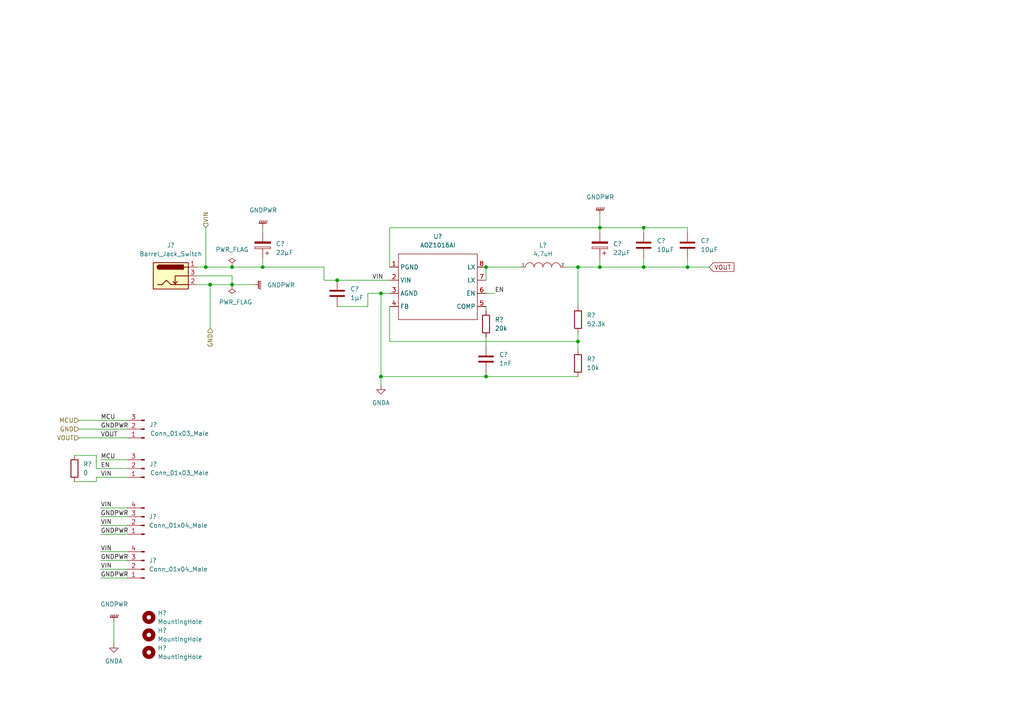
<source format=kicad_sch>
(kicad_sch (version 20211123) (generator eeschema)
  (paper "A4")
  (lib_symbols
    (symbol "#Wegner:AOZ1016AI"
      (property "Reference" "U" (at 0 -11.43 0))
      (property "Value" "AOZ1016AI" (at 0 10.16 0))
      (symbol "AOZ1016AI_0_1"
        (rectangle (start -11.43 8.89) (end 11.43 -10.16))
      )
      (symbol "AOZ1016AI_1_1"
        (pin input line (at -13.97 5.08 0) (length 2.54) (name "PGND") (number "1"))
        (pin input line (at -13.97 1.27 0) (length 2.54) (name "VIN") (number "2"))
        (pin input line (at -13.97 -2.54 0) (length 2.54) (name "AGND") (number "3"))
        (pin input line (at -13.97 -6.35 0) (length 2.54) (name "FB") (number "4"))
        (pin output line (at 13.97 -6.35 180) (length 2.54) (name "COMP") (number "5"))
        (pin input line (at 13.97 -2.54 180) (length 2.54) (name "EN") (number "6"))
        (pin passive line (at 13.97 1.27 180) (length 2.54) (name "LX") (number "7"))
        (pin output line (at 13.97 5.08 180) (length 2.54) (name "LX") (number "8"))
      )
    )
    (symbol "Connector:Barrel_Jack_Switch" (pin_names hide)
      (property "Reference" "J" (at 0 5.334 0))
      (property "Value" "Barrel_Jack_Switch" (at 0 -5.08 0))
      (symbol "Barrel_Jack_Switch_0_1"
        (rectangle (start -5.08 3.81) (end 5.08 -3.81) (stroke (width 0.254)) (fill (type background)))
        (arc (start -3.302 3.175) (mid -3.937 2.54) (end -3.302 1.905) (stroke (width 0.254)))
        (arc (start -3.302 3.175) (mid -3.937 2.54) (end -3.302 1.905) (stroke (width 0.254)) (fill (type outline)))
        (polyline (pts (xy 1.27 -2.286) (xy 1.905 -1.651)) (stroke (width 0.254)))
        (polyline (pts (xy 5.08 2.54) (xy 3.81 2.54)) (stroke (width 0.254)))
        (polyline (pts (xy 5.08 0) (xy 1.27 0) (xy 1.27 -2.286) (xy 0.635 -1.651)) (stroke (width 0.254)))
        (polyline (pts (xy -3.81 -2.54) (xy -2.54 -2.54) (xy -1.27 -1.27) (xy 0 -2.54) (xy 2.54 -2.54) (xy 5.08 -2.54)) (stroke (width 0.254)))
        (rectangle (start 3.683 3.175) (end -3.302 1.905) (stroke (width 0.254)) (fill (type outline)))
      )
      (symbol "Barrel_Jack_Switch_1_1"
        (pin passive line (at 7.62 2.54 180) (length 2.54) (name "~") (number "1"))
        (pin passive line (at 7.62 -2.54 180) (length 2.54) (name "~") (number "2"))
        (pin passive line (at 7.62 0 180) (length 2.54) (name "~") (number "3"))
      )
    )
    (symbol "Connector:Conn_01x03_Male" (pin_names (offset 1.016) hide)
      (property "Reference" "J" (at 0 5.08 0))
      (property "Value" "Conn_01x03_Male" (at 0 -5.08 0))
      (symbol "Conn_01x03_Male_1_1"
        (polyline (pts (xy 1.27 -2.54) (xy 0.8636 -2.54)) (stroke (width 0.1524)))
        (polyline (pts (xy 1.27 0) (xy 0.8636 0)) (stroke (width 0.1524)))
        (polyline (pts (xy 1.27 2.54) (xy 0.8636 2.54)) (stroke (width 0.1524)))
        (rectangle (start 0.8636 -2.413) (end 0 -2.667) (stroke (width 0.1524)) (fill (type outline)))
        (rectangle (start 0.8636 0.127) (end 0 -0.127) (stroke (width 0.1524)) (fill (type outline)))
        (rectangle (start 0.8636 2.667) (end 0 2.413) (stroke (width 0.1524)) (fill (type outline)))
        (pin passive line (at 5.08 2.54 180) (length 3.81) (name "Pin_1") (number "1"))
        (pin passive line (at 5.08 0 180) (length 3.81) (name "Pin_2") (number "2"))
        (pin passive line (at 5.08 -2.54 180) (length 3.81) (name "Pin_3") (number "3"))
      )
    )
    (symbol "Connector:Conn_01x04_Male" (pin_names (offset 1.016) hide)
      (property "Reference" "J" (at 0 5.08 0))
      (property "Value" "Conn_01x04_Male" (at 0 -7.62 0))
      (symbol "Conn_01x04_Male_1_1"
        (polyline (pts (xy 1.27 -5.08) (xy 0.8636 -5.08)) (stroke (width 0.1524)))
        (polyline (pts (xy 1.27 -2.54) (xy 0.8636 -2.54)) (stroke (width 0.1524)))
        (polyline (pts (xy 1.27 0) (xy 0.8636 0)) (stroke (width 0.1524)))
        (polyline (pts (xy 1.27 2.54) (xy 0.8636 2.54)) (stroke (width 0.1524)))
        (rectangle (start 0.8636 -4.953) (end 0 -5.207) (stroke (width 0.1524)) (fill (type outline)))
        (rectangle (start 0.8636 -2.413) (end 0 -2.667) (stroke (width 0.1524)) (fill (type outline)))
        (rectangle (start 0.8636 0.127) (end 0 -0.127) (stroke (width 0.1524)) (fill (type outline)))
        (rectangle (start 0.8636 2.667) (end 0 2.413) (stroke (width 0.1524)) (fill (type outline)))
        (pin passive line (at 5.08 2.54 180) (length 3.81) (name "Pin_1") (number "1"))
        (pin passive line (at 5.08 0 180) (length 3.81) (name "Pin_2") (number "2"))
        (pin passive line (at 5.08 -2.54 180) (length 3.81) (name "Pin_3") (number "3"))
        (pin passive line (at 5.08 -5.08 180) (length 3.81) (name "Pin_4") (number "4"))
      )
    )
    (symbol "Device:C" (pin_numbers hide) (pin_names (offset 0.254))
      (property "Reference" "C" (at 0.635 2.54 0))
      (property "Value" "C" (at 0.635 -2.54 0))
      (symbol "C_0_1"
        (polyline (pts (xy -2.032 -0.762) (xy 2.032 -0.762)) (stroke (width 0.508)))
        (polyline (pts (xy -2.032 0.762) (xy 2.032 0.762)) (stroke (width 0.508)))
      )
      (symbol "C_1_1"
        (pin passive line (at 0 3.81 270) (length 2.794) (name "~") (number "1"))
        (pin passive line (at 0 -3.81 90) (length 2.794) (name "~") (number "2"))
      )
    )
    (symbol "Device:C_Polarized" (pin_numbers hide) (pin_names (offset 0.254))
      (property "Reference" "C" (at 0.635 2.54 0))
      (property "Value" "C_Polarized" (at 0.635 -2.54 0))
      (symbol "C_Polarized_0_1"
        (rectangle (start -2.286 0.508) (end 2.286 1.016))
        (polyline (pts (xy -1.778 2.286) (xy -0.762 2.286)))
        (polyline (pts (xy -1.27 2.794) (xy -1.27 1.778)))
        (rectangle (start 2.286 -0.508) (end -2.286 -1.016) (fill (type outline)))
      )
      (symbol "C_Polarized_1_1"
        (pin passive line (at 0 3.81 270) (length 2.794) (name "~") (number "1"))
        (pin passive line (at 0 -3.81 90) (length 2.794) (name "~") (number "2"))
      )
    )
    (symbol "Device:R" (pin_numbers hide) (pin_names (offset 0))
      (property "Reference" "R" (at 2.032 0 90))
      (property "Value" "R" (at 0 0 90))
      (symbol "R_0_1"
        (rectangle (start -1.016 -2.54) (end 1.016 2.54) (stroke (width 0.254)))
      )
      (symbol "R_1_1"
        (pin passive line (at 0 3.81 270) (length 1.27) (name "~") (number "1"))
        (pin passive line (at 0 -3.81 90) (length 1.27) (name "~") (number "2"))
      )
    )
    (symbol "Mechanical:MountingHole" (pin_names (offset 1.016))
      (property "Reference" "H" (at 0 5.08 0))
      (property "Value" "MountingHole" (at 0 3.175 0))
      (symbol "MountingHole_0_1"
        (circle (center 0 0) (radius 1.27) (stroke (width 1.27)))
      )
    )
    (symbol "power:GNDA" (power) (pin_names (offset 0))
      (property "Value" "GNDA" (at 0 -3.81 0))
      (symbol "GNDA_0_1"
        (polyline (pts (xy 0 0) (xy 0 -1.27) (xy 1.27 -1.27) (xy 0 -2.54) (xy -1.27 -1.27) (xy 0 -1.27)))
      )
      (symbol "GNDA_1_1"
        (pin power_in line (at 0 0 270) (length 0) hide (name "GNDA") (number "1"))
      )
    )
    (symbol "power:GNDPWR" (power) (pin_names (offset 0))
      (property "Value" "GNDPWR" (at 0 -3.302 0))
      (symbol "GNDPWR_0_1"
        (polyline (pts (xy 0 -1.27) (xy 0 0)))
        (polyline (pts (xy -1.016 -1.27) (xy -1.27 -2.032) (xy -1.27 -2.032)) (stroke (width 0.2032)))
        (polyline (pts (xy -0.508 -1.27) (xy -0.762 -2.032) (xy -0.762 -2.032)) (stroke (width 0.2032)))
        (polyline (pts (xy 0 -1.27) (xy -0.254 -2.032) (xy -0.254 -2.032)) (stroke (width 0.2032)))
        (polyline (pts (xy 0.508 -1.27) (xy 0.254 -2.032) (xy 0.254 -2.032)) (stroke (width 0.2032)))
        (polyline (pts (xy 1.016 -1.27) (xy -1.016 -1.27) (xy -1.016 -1.27)) (stroke (width 0.2032)))
        (polyline (pts (xy 1.016 -1.27) (xy 0.762 -2.032) (xy 0.762 -2.032) (xy 0.762 -2.032)) (stroke (width 0.2032)))
      )
      (symbol "GNDPWR_1_1"
        (pin power_in line (at 0 0 270) (length 0) hide (name "GNDPWR") (number "1"))
      )
    )
    (symbol "power:PWR_FLAG" (power) (pin_numbers hide) (pin_names (offset 0) hide)
      (property "Value" "PWR_FLAG" (at 0 3.81 0))
      (symbol "PWR_FLAG_0_0"
        (pin power_out line (at 0 0 90) (length 0) (name "pwr") (number "1"))
      )
      (symbol "PWR_FLAG_0_1"
        (polyline (pts (xy 0 0) (xy 0 1.27) (xy -1.016 1.905) (xy 0 2.54) (xy 1.016 1.905) (xy 0 1.27)))
      )
    )
    (symbol "pspice:INDUCTOR" (pin_numbers hide) (pin_names (offset 0))
      (property "Reference" "L" (at 0 2.54 0))
      (property "Value" "INDUCTOR" (at 0 -1.27 0))
      (symbol "INDUCTOR_0_1"
        (arc (start -2.54 0) (mid -3.81 1.27) (end -5.08 0))
        (arc (start 0 0) (mid -1.27 1.27) (end -2.54 0))
        (arc (start 2.54 0) (mid 1.27 1.27) (end 0 0))
        (arc (start 5.08 0) (mid 3.81 1.27) (end 2.54 0))
      )
      (symbol "INDUCTOR_1_1"
        (pin input line (at -6.35 0 0) (length 1.27) (name "1") (number "1"))
        (pin input line (at 6.35 0 180) (length 1.27) (name "2") (number "2"))
      )
    )
  )
  (junction (at 60.96 82.55))
  (junction (at 186.69 66.04))
  (junction (at 167.64 77.47))
  (junction (at 173.99 66.04))
  (junction (at 67.31 82.55))
  (junction (at 97.79 81.28))
  (junction (at 173.99 77.47))
  (junction (at 59.69 77.47))
  (junction (at 110.49 85.09))
  (junction (at 67.31 77.47))
  (junction (at 76.2 77.47))
  (junction (at 199.39 77.47))
  (junction (at 140.97 109.22))
  (junction (at 110.49 109.22))
  (junction (at 140.97 77.47))
  (junction (at 186.69 77.47))
  (junction (at 167.64 99.06))
  (wire (pts (xy 29.21 162.56) (xy 36.83 162.56)))
  (wire (pts (xy 29.21 149.86) (xy 36.83 149.86)))
  (wire (pts (xy 27.94 135.89) (xy 36.83 135.89)))
  (wire (pts (xy 76.2 74.93) (xy 76.2 77.47)))
  (wire (pts (xy 113.03 99.06) (xy 113.03 88.9)))
  (wire (pts (xy 140.97 77.47) (xy 151.13 77.47)))
  (wire (pts (xy 29.21 167.64) (xy 36.83 167.64)))
  (wire (pts (xy 199.39 66.04) (xy 199.39 67.31)))
  (wire (pts (xy 59.69 77.47) (xy 67.31 77.47)))
  (wire (pts (xy 173.99 77.47) (xy 186.69 77.47)))
  (wire (pts (xy 27.94 139.7) (xy 21.59 139.7)))
  (wire (pts (xy 140.97 109.22) (xy 167.64 109.22)))
  (wire (pts (xy 186.69 66.04) (xy 173.99 66.04)))
  (wire (pts (xy 186.69 77.47) (xy 199.39 77.47)))
  (wire (pts (xy 167.64 99.06) (xy 113.03 99.06)))
  (wire (pts (xy 113.03 66.04) (xy 173.99 66.04)))
  (wire (pts (xy 140.97 97.79) (xy 140.97 100.33)))
  (wire (pts (xy 29.21 147.32) (xy 36.83 147.32)))
  (wire (pts (xy 93.98 81.28) (xy 97.79 81.28)))
  (wire (pts (xy 29.21 152.4) (xy 36.83 152.4)))
  (wire (pts (xy 67.31 82.55) (xy 67.31 80.01)))
  (wire (pts (xy 97.79 81.28) (xy 113.03 81.28)))
  (wire (pts (xy 106.68 88.9) (xy 106.68 85.09)))
  (wire (pts (xy 27.94 138.43) (xy 27.94 139.7)))
  (wire (pts (xy 60.96 82.55) (xy 60.96 95.25)))
  (wire (pts (xy 113.03 85.09) (xy 110.49 85.09)))
  (wire (pts (xy 67.31 77.47) (xy 76.2 77.47)))
  (wire (pts (xy 173.99 62.23) (xy 173.99 66.04)))
  (wire (pts (xy 106.68 85.09) (xy 110.49 85.09)))
  (wire (pts (xy 67.31 82.55) (xy 73.66 82.55)))
  (wire (pts (xy 167.64 77.47) (xy 173.99 77.47)))
  (wire (pts (xy 110.49 85.09) (xy 110.49 109.22)))
  (wire (pts (xy 57.15 80.01) (xy 67.31 80.01)))
  (wire (pts (xy 76.2 77.47) (xy 93.98 77.47)))
  (wire (pts (xy 173.99 74.93) (xy 173.99 77.47)))
  (wire (pts (xy 140.97 77.47) (xy 140.97 81.28)))
  (wire (pts (xy 76.2 66.04) (xy 76.2 67.31)))
  (wire (pts (xy 167.64 99.06) (xy 167.64 101.6)))
  (wire (pts (xy 27.94 135.89) (xy 27.94 132.08)))
  (wire (pts (xy 57.15 82.55) (xy 60.96 82.55)))
  (wire (pts (xy 60.96 82.55) (xy 67.31 82.55)))
  (wire (pts (xy 22.86 127) (xy 36.83 127)))
  (wire (pts (xy 29.21 160.02) (xy 36.83 160.02)))
  (wire (pts (xy 110.49 109.22) (xy 140.97 109.22)))
  (wire (pts (xy 140.97 88.9) (xy 140.97 90.17)))
  (wire (pts (xy 167.64 96.52) (xy 167.64 99.06)))
  (wire (pts (xy 22.86 124.46) (xy 36.83 124.46)))
  (wire (pts (xy 33.02 180.34) (xy 33.02 186.69)))
  (wire (pts (xy 113.03 77.47) (xy 113.03 66.04)))
  (wire (pts (xy 167.64 88.9) (xy 167.64 77.47)))
  (wire (pts (xy 93.98 77.47) (xy 93.98 81.28)))
  (wire (pts (xy 163.83 77.47) (xy 167.64 77.47)))
  (wire (pts (xy 199.39 74.93) (xy 199.39 77.47)))
  (wire (pts (xy 29.21 133.35) (xy 36.83 133.35)))
  (wire (pts (xy 110.49 111.76) (xy 110.49 109.22)))
  (wire (pts (xy 173.99 67.31) (xy 173.99 66.04)))
  (wire (pts (xy 140.97 107.95) (xy 140.97 109.22)))
  (wire (pts (xy 186.69 67.31) (xy 186.69 66.04)))
  (wire (pts (xy 27.94 132.08) (xy 21.59 132.08)))
  (wire (pts (xy 199.39 77.47) (xy 205.74 77.47)))
  (wire (pts (xy 59.69 66.04) (xy 59.69 77.47)))
  (wire (pts (xy 29.21 154.94) (xy 36.83 154.94)))
  (wire (pts (xy 97.79 88.9) (xy 106.68 88.9)))
  (wire (pts (xy 186.69 66.04) (xy 199.39 66.04)))
  (wire (pts (xy 27.94 138.43) (xy 36.83 138.43)))
  (wire (pts (xy 22.86 121.92) (xy 36.83 121.92)))
  (wire (pts (xy 29.21 165.1) (xy 36.83 165.1)))
  (wire (pts (xy 186.69 74.93) (xy 186.69 77.47)))
  (wire (pts (xy 57.15 77.47) (xy 59.69 77.47)))
  (wire (pts (xy 140.97 85.09) (xy 143.51 85.09)))
  (label "GNDPWR" (at 29.21 149.86 0))
  (label "VIN" (at 29.21 160.02 0))
  (label "GNDPWR" (at 29.21 124.46 0))
  (label "VIN" (at 29.21 147.32 0))
  (label "VIN" (at 29.21 152.4 0))
  (label "GNDPWR" (at 29.21 154.94 0))
  (label "GNDPWR" (at 29.21 162.56 0))
  (label "EN" (at 29.21 135.89 0))
  (label "EN" (at 143.51 85.09 0))
  (label "VIN" (at 29.21 165.1 0))
  (label "VOUT" (at 29.21 127 0))
  (label "MCU" (at 29.21 133.35 0))
  (label "MCU" (at 29.21 121.92 0))
  (label "VIN" (at 107.95 81.28 0))
  (label "GNDPWR" (at 29.21 167.64 0))
  (label "VIN" (at 29.21 138.43 0))
  (global_label "VOUT" (shape input) (at 205.74 77.47 0) (property "Intersheet References" "${INTERSHEET_REFS}" (effects hide)))
  (hierarchical_label "MCU" (shape input) (at 22.86 121.92 180))
  (hierarchical_label "GND" (shape input) (at 22.86 124.46 180))
  (hierarchical_label "VIN" (shape input) (at 59.69 66.04 90))
  (hierarchical_label "VOUT" (shape input) (at 22.86 127 180))
  (hierarchical_label "GND" (shape input) (at 60.96 95.25 270))
  (symbol (lib_id "Connector:Conn_01x03_Male") (at 41.91 124.46 180) (unit 1)
    (property "Reference" "J?" (at 44.45 123.19 0))
    (property "Value" "Conn_01x03_Male" (at 52.07 125.73 0))
    (property "Footprint" "Connector_PinHeader_2.54mm:PinHeader_1x03_P2.54mm_Vertical" (effects hide))
  )
  (symbol (lib_id "power:GNDPWR") (at 73.66 82.55 90) (unit 1)
    (property "Reference" "#PWR?" (effects hide))
    (property "Value" "GNDPWR" (at 77.47 82.6769 90) (effects (justify right)))
  )
  (symbol (lib_id "Device:R") (at 167.64 105.41 0) (unit 1) (on_board no)
    (property "Reference" "R?" (at 170.18 104.1399 0) (effects (justify left)))
    (property "Value" "10k" (at 170.18 106.6799 0) (effects (justify left)))
    (property "Footprint" "Resistor_SMD:R_0805_2012Metric_Pad1.20x1.40mm_HandSolder" (effects hide))
  )
  (symbol (lib_id "Device:R") (at 167.64 92.71 0) (unit 1) (in_bom no) (on_board no)
    (property "Reference" "R?" (at 170.18 91.4399 0) (effects (justify left)))
    (property "Value" "52.3k" (at 170.18 93.9799 0) (effects (justify left)))
    (property "Footprint" "Resistor_SMD:R_0805_2012Metric_Pad1.20x1.40mm_HandSolder" (effects hide))
  )
  (symbol (lib_id "Mechanical:MountingHole") (at 43.18 184.15 0) (unit 1)
    (property "Reference" "H?" (at 45.72 182.8799 0) (effects (justify left)))
    (property "Value" "MountingHole" (at 45.72 185.4199 0) (effects (justify left)))
    (property "Footprint" "MountingHole:MountingHole_2.5mm_Pad" (effects hide))
  )
  (symbol (lib_id "power:GNDPWR") (at 33.02 180.34 180) (unit 1)
    (property "Reference" "#PWR?" (effects hide))
    (property "Value" "GNDPWR" (at 33.147 175.26 0))
  )
  (symbol (lib_id "power:GNDA") (at 33.02 186.69 0) (unit 1)
    (property "Reference" "#PWR?" (effects hide))
    (property "Value" "GNDA" (at 33.02 191.77 0))
  )
  (symbol (lib_id "Connector:Conn_01x04_Male") (at 41.91 165.1 180) (unit 1)
    (property "Reference" "J?" (at 43.18 162.5599 0) (effects (justify right)))
    (property "Value" "Conn_01x04_Male" (at 43.18 165.0999 0) (effects (justify right)))
    (property "Footprint" "Connector_PinHeader_2.54mm:PinHeader_1x04_P2.54mm_Vertical" (effects hide))
  )
  (symbol (lib_id "power:GNDA") (at 110.49 111.76 0) (unit 1)
    (property "Reference" "#PWR?" (effects hide))
    (property "Value" "GNDA" (at 110.49 116.84 0))
  )
  (symbol (lib_id "#Wegner:AOZ1016AI") (at 127 82.55 0) (unit 1)
    (property "Reference" "U?" (at 127 68.58 0))
    (property "Value" "AOZ1016AI" (at 127 71.12 0))
    (property "Footprint" "Package_SO:SO-8_3.9x4.9mm_P1.27mm" (effects hide))
  )
  (symbol (lib_id "Mechanical:MountingHole") (at 43.18 189.23 0) (unit 1)
    (property "Reference" "H?" (at 45.72 187.9599 0) (effects (justify left)))
    (property "Value" "MountingHole" (at 45.72 190.4999 0) (effects (justify left)))
    (property "Footprint" "MountingHole:MountingHole_2.5mm_Pad" (effects hide))
  )
  (symbol (lib_id "Connector:Barrel_Jack_Switch") (at 49.53 80.01 0) (unit 1)
    (property "Reference" "J?" (at 49.53 71.12 0))
    (property "Value" "Barrel_Jack_Switch" (at 49.53 73.66 0))
    (property "Footprint" "Connector_BarrelJack:BarrelJack_GCT_DCJ200-10-A_Horizontal" (effects hide))
  )
  (symbol (lib_id "Connector:Conn_01x04_Male") (at 41.91 152.4 180) (unit 1)
    (property "Reference" "J?" (at 43.18 149.8599 0) (effects (justify right)))
    (property "Value" "Conn_01x04_Male" (at 43.18 152.3999 0) (effects (justify right)))
    (property "Footprint" "Connector_PinHeader_2.54mm:PinHeader_1x04_P2.54mm_Vertical" (effects hide))
  )
  (symbol (lib_id "power:GNDPWR") (at 76.2 66.04 180) (unit 1)
    (property "Reference" "#PWR?" (effects hide))
    (property "Value" "GNDPWR" (at 76.327 60.96 0))
  )
  (symbol (lib_id "Device:R") (at 21.59 135.89 180) (unit 1)
    (property "Reference" "R?" (at 24.13 134.6199 0) (effects (justify right)))
    (property "Value" "0" (at 24.13 137.1599 0) (effects (justify right)))
    (property "Footprint" "Resistor_SMD:R_0402_1005Metric" (effects hide))
  )
  (symbol (lib_id "Mechanical:MountingHole") (at 43.18 179.07 0) (unit 1)
    (property "Reference" "H?" (at 45.72 177.7999 0) (effects (justify left)))
    (property "Value" "MountingHole" (at 45.72 180.3399 0) (effects (justify left)))
    (property "Footprint" "MountingHole:MountingHole_2.5mm_Pad" (effects hide))
  )
  (symbol (lib_id "Device:C_Polarized") (at 76.2 71.12 180) (unit 1)
    (property "Reference" "C?" (at 80.01 70.7389 0) (effects (justify right)))
    (property "Value" "22µF" (at 80.01 73.2789 0) (effects (justify right)))
    (property "Footprint" "Capacitor_SMD:CP_Elec_6.3x5.9" (effects hide))
  )
  (symbol (lib_id "Device:C") (at 199.39 71.12 0) (unit 1)
    (property "Reference" "C?" (at 203.2 69.8499 0) (effects (justify left)))
    (property "Value" "10µF" (at 203.2 72.3899 0) (effects (justify left)))
    (property "Footprint" "Capacitor_SMD:C_0805_2012Metric_Pad1.18x1.45mm_HandSolder" (effects hide))
  )
  (symbol (lib_id "Device:C") (at 140.97 104.14 0) (unit 1)
    (property "Reference" "C?" (at 144.78 102.8699 0) (effects (justify left)))
    (property "Value" "1nF" (at 144.78 105.4099 0) (effects (justify left)))
    (property "Footprint" "Capacitor_SMD:C_0805_2012Metric_Pad1.18x1.45mm_HandSolder" (effects hide))
  )
  (symbol (lib_id "power:PWR_FLAG") (at 67.31 82.55 180) (unit 1)
    (property "Reference" "#FLG?" (effects hide))
    (property "Value" "PWR_FLAG" (at 63.5 87.63 0) (effects (justify right)))
  )
  (symbol (lib_id "Connector:Conn_01x03_Male") (at 41.91 135.89 180) (unit 1)
    (property "Reference" "J?" (at 44.45 134.62 0))
    (property "Value" "Conn_01x03_Male" (at 52.07 137.16 0))
    (property "Footprint" "Connector_PinHeader_2.54mm:PinHeader_1x03_P2.54mm_Vertical" (effects hide))
  )
  (symbol (lib_id "Device:C") (at 186.69 71.12 0) (unit 1)
    (property "Reference" "C?" (at 190.5 69.8499 0) (effects (justify left)))
    (property "Value" "10µF" (at 190.5 72.3899 0) (effects (justify left)))
    (property "Footprint" "Capacitor_SMD:C_0805_2012Metric_Pad1.18x1.45mm_HandSolder" (effects hide))
  )
  (symbol (lib_id "Device:R") (at 140.97 93.98 0) (unit 1)
    (property "Reference" "R?" (at 143.51 92.7099 0) (effects (justify left)))
    (property "Value" "20k" (at 143.51 95.2499 0) (effects (justify left)))
    (property "Footprint" "Resistor_SMD:R_0805_2012Metric_Pad1.20x1.40mm_HandSolder" (effects hide))
  )
  (symbol (lib_id "Device:C_Polarized") (at 173.99 71.12 180) (unit 1)
    (property "Reference" "C?" (at 177.8 70.7389 0) (effects (justify right)))
    (property "Value" "22µF" (at 177.8 73.2789 0) (effects (justify right)))
    (property "Footprint" "Capacitor_SMD:CP_Elec_6.3x5.9" (effects hide))
  )
  (symbol (lib_id "pspice:INDUCTOR") (at 157.48 77.47 0) (unit 1)
    (property "Reference" "L?" (at 157.48 71.12 0))
    (property "Value" "4.7uH" (at 157.48 73.66 0))
    (property "Footprint" "Bloomer_Library:PowerInductor_Panasonic_ETQP3MKVN_7.4mm_7mm" (effects hide))
  )
  (symbol (lib_id "power:PWR_FLAG") (at 67.31 77.47 0) (unit 1)
    (property "Reference" "#FLG?" (effects hide))
    (property "Value" "PWR_FLAG" (at 67.31 72.39 0))
  )
  (symbol (lib_id "Device:C") (at 97.79 85.09 180) (unit 1)
    (property "Reference" "C?" (at 101.6 83.8199 0) (effects (justify right)))
    (property "Value" "1µF" (at 101.6 86.3599 0) (effects (justify right)))
    (property "Footprint" "Capacitor_SMD:C_0805_2012Metric_Pad1.18x1.45mm_HandSolder" (effects hide))
  )
  (symbol (lib_id "power:GNDPWR") (at 173.99 62.23 180) (unit 1)
    (property "Reference" "#PWR?" (effects hide))
    (property "Value" "GNDPWR" (at 174.117 57.15 0))
  )
)
</source>
